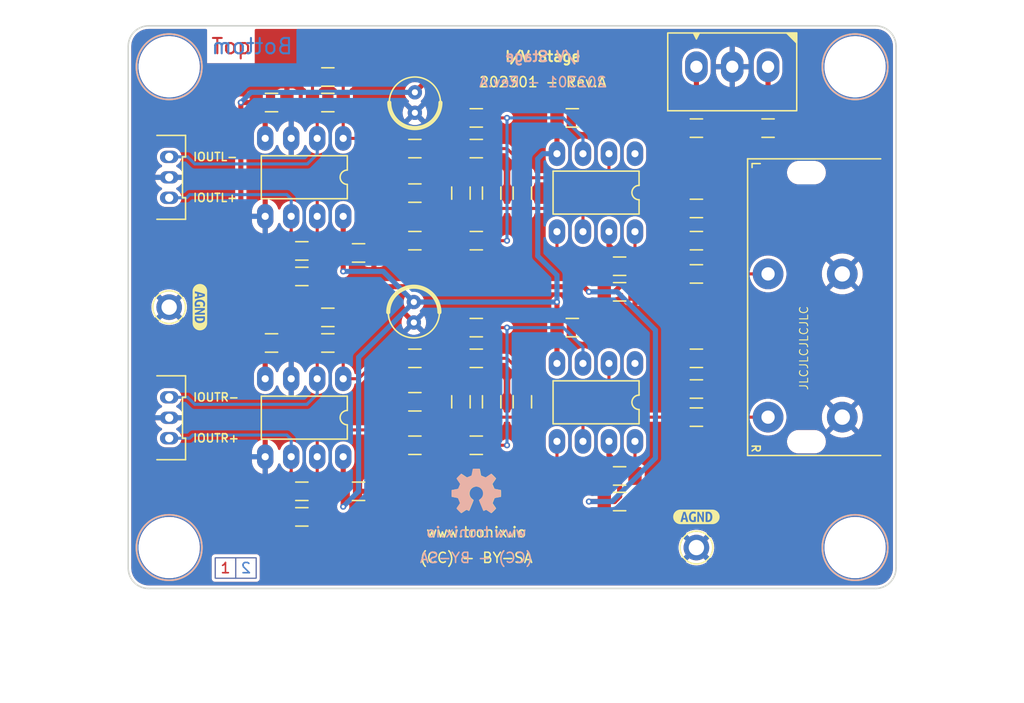
<source format=kicad_pcb>
(kicad_pcb (version 20211014) (generator pcbnew)
  (title_block (title "I/V Stage") (date "01/2023") (rev "A"))
  (layers (0 "F.Cu" signal) (31 "B.Cu" signal) (34 "B.Paste" user) (35 "F.Paste" user) (36 "B.SilkS" user "B.Silkscreen") (37 "F.SilkS" user "F.Silkscreen") (38 "B.Mask" user) (39 "F.Mask" user) (44 "Edge.Cuts" user))
  (net 0 "")
  (net 1 "AGND")
  (net 2 "Net-(C7-Pad2)")
  (net 3 "-15V")
  (net 4 "Net-(C10-Pad2)")
  (net 5 "Net-(C11-Pad1)")
  (net 6 "Net-(C11-Pad2)")
  (net 7 "Net-(C12-Pad2)")
  (net 8 "Net-(C13-Pad2)")
  (net 9 "Net-(C14-Pad2)")
  (net 10 "Net-(C15-Pad2)")
  (net 11 "Net-(C20-Pad2)")
  (net 13 "/IOUTL-")
  (net 14 "Net-(C1-Pad2)")
  (net 15 "+15V")
  (net 16 "Net-(C2-Pad1)")
  (net 17 "Net-(C2-Pad2)")
  (net 18 "Net-(C3-Pad1)")
  (net 19 "Net-(C3-Pad2)")
  (net 20 "/IOUTL+")
  (net 21 "Net-(C4-Pad2)")
  (net 22 "Net-(C5-Pad1)")
  (net 23 "Net-(C5-Pad2)")
  (net 24 "Net-(C6-Pad2)")
  (net 25 "/IOUTR-")
  (net 26 "Net-(C12-Pad1)")
  (net 27 "/IOUTR+")
  (net 28 "Net-(C14-Pad1)")
  (footprint "tronixio:DIP-08-W762" (layer "F.Cu") (at 135 88.5 -90)
    (fp_text reference "U3" hide)
    (fp_text value "NE5532")
    (pad "1" thru_hole oval (at 0 0 270) (size 2.4 1.6) (drill 0.7) (layers *.Cu *.Mask) (net 4 "Net-(C10-Pad2)"))
    (pad "2" thru_hole oval (at 0 2.54 270) (size 2.4 1.6) (drill 0.7) (layers *.Cu *.Mask) (net 25 "/IOUTR-"))
    (pad "3" thru_hole oval (at 0 5.08 270) (size 2.4 1.6) (drill 0.7) (layers *.Cu *.Mask) (net 1 "AGND"))
    (pad "4" thru_hole oval (at 0 7.62 270) (size 2.4 1.6) (drill 0.7) (layers *.Cu *.Mask) (net 15 "+15V"))
    (pad "5" thru_hole oval (at 7.62 7.62 270) (size 2.4 1.6) (drill 0.7) (layers *.Cu *.Mask) (net 1 "AGND"))
    (pad "6" thru_hole oval (at 7.62 5.08 270) (size 2.4 1.6) (drill 0.7) (layers *.Cu *.Mask) (net 27 "/IOUTR+"))
    (pad "7" thru_hole oval (at 7.62 2.54 270) (size 2.4 1.6) (drill 0.7) (layers *.Cu *.Mask) (net 8 "Net-(C13-Pad2)"))
    (pad "8" thru_hole oval (at 7.62 0 270) (size 2.4 1.6) (drill 0.7) (layers *.Cu *.Mask) (net 3 "-15V"))
  )
  (footprint "tronixio:CAPACITOR-SMD-1206" (layer "F.Cu") (at 133.5 85)
    (fp_text reference "C10" hide)
    (fp_text value "2n7")
    (pad "1" smd roundrect (at -1.5 0) (size 1.3 1.75) (layers "F.Cu" "F.Paste" "F.Mask") (roundrect_rratio 0.1) (net 25 "/IOUTR-"))
    (pad "2" smd roundrect (at 1.5 0) (size 1.3 1.75) (layers "F.Cu" "F.Paste" "F.Mask") (roundrect_rratio 0.1) (net 4 "Net-(C10-Pad2)"))
  )
  (footprint "tronixio:RESISTOR-SMD-1206" (layer "F.Cu") (at 169.5 92.25)
    (fp_text reference "R17" hide)
    (fp_text value "47Ω")
    (pad "1" smd roundrect (at -1.5 0) (size 1.3 1.75) (layers "F.Cu" "F.Paste" "F.Mask") (roundrect_rratio 0.1) (net 6 "Net-(C11-Pad2)"))
    (pad "2" smd roundrect (at 1.5 0) (size 1.3 1.75) (layers "F.Cu" "F.Paste" "F.Mask") (roundrect_rratio 0.1) (net 10 "Net-(C15-Pad2)"))
  )
  (footprint "tronixio:MOUNTING-HOLE-3MM-MASK" (layer "F.Cu") (at 118 58)
    (fp_text reference "H4" hide)
    (fp_text value "MOUNTING-HOLE-3MM-MASK" hide)
    (pad "" np_thru_hole circle (at 0 0) (size 3 3) (drill 3) (layers F&B.Cu *.Mask) (clearance 1.5))
  )
  (footprint "tronixio:CAPACITOR-SMD-1206" (layer "F.Cu") (at 157.38 83.5 180)
    (fp_text reference "C24" hide)
    (fp_text value "100n")
    (pad "1" smd roundrect (at -1.5 0 180) (size 1.3 1.75) (layers "F.Cu" "F.Paste" "F.Mask") (roundrect_rratio 0.1) (net 1 "AGND"))
    (pad "2" smd roundrect (at 1.5 0 180) (size 1.3 1.75) (layers "F.Cu" "F.Paste" "F.Mask") (roundrect_rratio 0.1) (net 3 "-15V"))
  )
  (footprint "tronixio:CAPACITOR-SMD-1206" (layer "F.Cu") (at 157.38 63 180)
    (fp_text reference "C23" hide)
    (fp_text value "100n")
    (pad "1" smd roundrect (at -1.5 0 180) (size 1.3 1.75) (layers "F.Cu" "F.Paste" "F.Mask") (roundrect_rratio 0.1) (net 1 "AGND"))
    (pad "2" smd roundrect (at 1.5 0 180) (size 1.3 1.75) (layers "F.Cu" "F.Paste" "F.Mask") (roundrect_rratio 0.1) (net 3 "-15V"))
  )
  (footprint "tronixio:RESISTOR-SMD-1206" (layer "F.Cu") (at 169.5 75)
    (fp_text reference "R7" hide)
    (fp_text value "47KΩ")
    (pad "1" smd roundrect (at -1.5 0) (size 1.3 1.75) (layers "F.Cu" "F.Paste" "F.Mask") (roundrect_rratio 0.1) (net 1 "AGND"))
    (pad "2" smd roundrect (at 1.5 0) (size 1.3 1.75) (layers "F.Cu" "F.Paste" "F.Mask") (roundrect_rratio 0.1) (net 24 "Net-(C6-Pad2)"))
  )
  (footprint "tronixio:RESISTOR-SMD-1206" (layer "F.Cu") (at 148 95)
    (fp_text reference "R21" hide)
    (fp_text value "180Ω")
    (pad "1" smd roundrect (at -1.5 0) (size 1.3 1.75) (layers "F.Cu" "F.Paste" "F.Mask") (roundrect_rratio 0.1) (net 26 "Net-(C12-Pad1)"))
    (pad "2" smd roundrect (at 1.5 0) (size 1.3 1.75) (layers "F.Cu" "F.Paste" "F.Mask") (roundrect_rratio 0.1) (net 11 "Net-(C20-Pad2)"))
  )
  (footprint "tronixio:DIP-08-W762" (layer "F.Cu") (at 163.5 87 -90)
    (fp_text reference "U4" hide)
    (fp_text value "NE5534")
    (pad "1" thru_hole oval (at 0 0 270) (size 2.4 1.6) (drill 0.7) (layers *.Cu *.Mask))
    (pad "2" thru_hole oval (at 0 2.54 270) (size 2.4 1.6) (drill 0.7) (layers *.Cu *.Mask) (net 5 "Net-(C11-Pad1)"))
    (pad "3" thru_hole oval (at 0 5.08 270) (size 2.4 1.6) (drill 0.7) (layers *.Cu *.Mask) (net 11 "Net-(C20-Pad2)"))
    (pad "4" thru_hole oval (at 0 7.62 270) (size 2.4 1.6) (drill 0.7) (layers *.Cu *.Mask) (net 3 "-15V"))
    (pad "5" thru_hole oval (at 7.62 7.62 270) (size 2.4 1.6) (drill 0.7) (layers *.Cu *.Mask) (net 28 "Net-(C14-Pad1)"))
    (pad "6" thru_hole oval (at 7.62 5.08 270) (size 2.4 1.6) (drill 0.7) (layers *.Cu *.Mask) (net 6 "Net-(C11-Pad2)"))
    (pad "7" thru_hole oval (at 7.62 2.54 270) (size 2.4 1.6) (drill 0.7) (layers *.Cu *.Mask) (net 15 "+15V"))
    (pad "8" thru_hole oval (at 7.62 0 270) (size 2.4 1.6) (drill 0.7) (layers *.Cu *.Mask) (net 9 "Net-(C14-Pad2)"))
  )
  (footprint "tronixio:CAPACITOR-SMD-1206" (layer "F.Cu") (at 162 98)
    (fp_text reference "C14" hide)
    (fp_text value "22p")
    (pad "1" smd roundrect (at -1.5 0) (size 1.3 1.75) (layers "F.Cu" "F.Paste" "F.Mask") (roundrect_rratio 0.1) (net 28 "Net-(C14-Pad1)"))
    (pad "2" smd roundrect (at 1.5 0) (size 1.3 1.75) (layers "F.Cu" "F.Paste" "F.Mask") (roundrect_rratio 0.1) (net 9 "Net-(C14-Pad2)"))
  )
  (footprint "tronixio:RESISTOR-SMD-1206" (layer "F.Cu") (at 176.5 64)
    (fp_text reference "R12" hide)
    (fp_text value "22K")
    (pad "1" smd roundrect (at -1.5 0) (size 1.3 1.75) (layers "F.Cu" "F.Paste" "F.Mask") (roundrect_rratio 0.1) (net 1 "AGND"))
    (pad "2" smd roundrect (at 1.5 0) (size 1.3 1.75) (layers "F.Cu" "F.Paste" "F.Mask") (roundrect_rratio 0.1) (net 3 "-15V"))
  )
  (footprint "tronixio:CAPACITOR-SMD-1206" (layer "F.Cu") (at 136.5 99.5 180)
    (fp_text reference "C22" hide)
    (fp_text value "100n")
    (pad "1" smd roundrect (at -1.5 0 180) (size 1.3 1.75) (layers "F.Cu" "F.Paste" "F.Mask") (roundrect_rratio 0.1) (net 1 "AGND"))
    (pad "2" smd roundrect (at 1.5 0 180) (size 1.3 1.75) (layers "F.Cu" "F.Paste" "F.Mask") (roundrect_rratio 0.1) (net 3 "-15V"))
  )
  (footprint "tronixio:CAPACITOR-SMD-1206" (layer "F.Cu") (at 152.5 70.35 -90)
    (fp_text reference "C2" hide)
    (fp_text value "8n2")
    (pad "1" smd roundrect (at -1.5 0 270) (size 1.3 1.75) (layers "F.Cu" "F.Paste" "F.Mask") (roundrect_rratio 0.1) (net 16 "Net-(C2-Pad1)"))
    (pad "2" smd roundrect (at 1.5 0 270) (size 1.3 1.75) (layers "F.Cu" "F.Paste" "F.Mask") (roundrect_rratio 0.1) (net 17 "Net-(C2-Pad2)"))
  )
  (footprint "tronixio:CAPACITOR-SMD-1206" (layer "F.Cu") (at 169.5 78.25)
    (fp_text reference "C6" hide)
    (fp_text value "100p")
    (pad "1" smd roundrect (at -1.5 0) (size 1.3 1.75) (layers "F.Cu" "F.Paste" "F.Mask") (roundrect_rratio 0.1) (net 1 "AGND"))
    (pad "2" smd roundrect (at 1.5 0) (size 1.3 1.75) (layers "F.Cu" "F.Paste" "F.Mask") (roundrect_rratio 0.1) (net 24 "Net-(C6-Pad2)"))
  )
  (footprint "tronixio:RESISTOR-SMD-1206" (layer "F.Cu") (at 142 66)
    (fp_text reference "R3" hide)
    (fp_text value "220Ω")
    (pad "1" smd roundrect (at -1.5 0) (size 1.3 1.75) (layers "F.Cu" "F.Paste" "F.Mask") (roundrect_rratio 0.1) (net 14 "Net-(C1-Pad2)"))
    (pad "2" smd roundrect (at 1.5 0) (size 1.3 1.75) (layers "F.Cu" "F.Paste" "F.Mask") (roundrect_rratio 0.1) (net 19 "Net-(C3-Pad2)"))
  )
  (footprint "tronixio:DIP-08-W762" (layer "F.Cu") (at 163.5 66.5 -90)
    (fp_text reference "U2" hide)
    (fp_text value "NE5534")
    (pad "1" thru_hole oval (at 0 0 270) (size 2.4 1.6) (drill 0.7) (layers *.Cu *.Mask))
    (pad "2" thru_hole oval (at 0 2.54 270) (size 2.4 1.6) (drill 0.7) (layers *.Cu *.Mask) (net 16 "Net-(C2-Pad1)"))
    (pad "3" thru_hole oval (at 0 5.08 270) (size 2.4 1.6) (drill 0.7) (layers *.Cu *.Mask) (net 2 "Net-(C7-Pad2)"))
    (pad "4" thru_hole oval (at 0 7.62 270) (size 2.4 1.6) (drill 0.7) (layers *.Cu *.Mask) (net 3 "-15V"))
    (pad "5" thru_hole oval (at 7.62 7.62 270) (size 2.4 1.6) (drill 0.7) (layers *.Cu *.Mask) (net 22 "Net-(C5-Pad1)"))
    (pad "6" thru_hole oval (at 7.62 5.08 270) (size 2.4 1.6) (drill 0.7) (layers *.Cu *.Mask) (net 17 "Net-(C2-Pad2)"))
    (pad "7" thru_hole oval (at 7.62 2.54 270) (size 2.4 1.6) (drill 0.7) (layers *.Cu *.Mask) (net 15 "+15V"))
    (pad "8" thru_hole oval (at 7.62 0 270) (size 2.4 1.6) (drill 0.7) (layers *.Cu *.Mask) (net 23 "Net-(C5-Pad2)"))
  )
  (footprint "tronixio:MOLEX-532530370" (layer "F.Cu") (at 118 94.31 90)
    (fp_text reference "K4" hide)
    (fp_text value "IOUTR")
    (pad "1" thru_hole oval (at 4 0 90) (size 1.2 1.8) (drill 0.8) (layers *.Cu *.Mask) (net 25 "/IOUTR-"))
    (pad "2" thru_hole oval (at 2 0 90) (size 1.2 1.8) (drill 0.8) (layers *.Cu *.Mask) (net 1 "AGND"))
    (pad "3" thru_hole oval (at 0 0 90) (size 1.2 1.8) (drill 0.8) (layers *.Cu *.Mask) (net 27 "/IOUTR+"))
  )
  (footprint "tronixio:RESISTOR-SMD-1206" (layer "F.Cu") (at 169.5 71.85)
    (fp_text reference "R5" hide)
    (fp_text value "47Ω")
    (pad "1" smd roundrect (at -1.5 0) (size 1.3 1.75) (layers "F.Cu" "F.Paste" "F.Mask") (roundrect_rratio 0.1) (net 17 "Net-(C2-Pad2)"))
    (pad "2" smd roundrect (at 1.5 0) (size 1.3 1.75) (layers "F.Cu" "F.Paste" "F.Mask") (roundrect_rratio 0.1) (net 24 "Net-(C6-Pad2)"))
  )
  (footprint "tronixio:CAPACITOR-SMD-1206" (layer "F.Cu") (at 152.5 90.75 -90)
    (fp_text reference "C11" hide)
    (fp_text value "8n2")
    (pad "1" smd roundrect (at -1.5 0 270) (size 1.3 1.75) (layers "F.Cu" "F.Paste" "F.Mask") (roundrect_rratio 0.1) (net 5 "Net-(C11-Pad1)"))
    (pad "2" smd roundrect (at 1.5 0 270) (size 1.3 1.75) (layers "F.Cu" "F.Paste" "F.Mask") (roundrect_rratio 0.1) (net 6 "Net-(C11-Pad2)"))
  )
  (footprint "tronixio:CAPACITOR-SMD-1206" (layer "F.Cu") (at 133.5 61.5)
    (fp_text reference "C1" hide)
    (fp_text value "2n7")
    (pad "1" smd roundrect (at -1.5 0) (size 1.3 1.75) (layers "F.Cu" "F.Paste" "F.Mask") (roundrect_rratio 0.1) (net 13 "/IOUTL-"))
    (pad "2" smd roundrect (at 1.5 0) (size 1.3 1.75) (layers "F.Cu" "F.Paste" "F.Mask") (roundrect_rratio 0.1) (net 14 "Net-(C1-Pad2)"))
  )
  (footprint "kibuzzard-63CBEF50" (layer "F.Cu") (at 121 81.5 -90)
    (fp_text reference "kibuzzard-63CBEF50" hide)
    (fp_text value "G***" hide)
  )
  (footprint "tronixio:MOUNTING-HOLE-3MM-MASK" (layer "F.Cu") (at 185 58)
    (fp_text reference "H3" hide)
    (fp_text value "MOUNTING-HOLE-3MM-MASK" hide)
    (pad "" np_thru_hole circle (at 0 0) (size 3 3) (drill 3) (layers F&B.Cu *.Mask) (clearance 1.5))
  )
  (footprint "tronixio:CAPACITOR-SMD-1206" (layer "F.Cu") (at 148 83.5)
    (fp_text reference "C20" hide)
    (fp_text value "8n2")
    (pad "1" smd roundrect (at -1.5 0) (size 1.3 1.75) (layers "F.Cu" "F.Paste" "F.Mask") (roundrect_rratio 0.1) (net 1 "AGND"))
    (pad "2" smd roundrect (at 1.5 0) (size 1.3 1.75) (layers "F.Cu" "F.Paste" "F.Mask") (roundrect_rratio 0.1) (net 11 "Net-(C20-Pad2)"))
  )
  (footprint "tronixio:RESISTOR-SMD-1206" (layer "F.Cu") (at 133.5 59)
    (fp_text reference "R1" hide)
    (fp_text value "820Ω")
    (pad "1" smd roundrect (at -1.5 0) (size 1.3 1.75) (layers "F.Cu" "F.Paste" "F.Mask") (roundrect_rratio 0.1) (net 13 "/IOUTL-"))
    (pad "2" smd roundrect (at 1.5 0) (size 1.3 1.75) (layers "F.Cu" "F.Paste" "F.Mask") (roundrect_rratio 0.1) (net 14 "Net-(C1-Pad2)"))
  )
  (footprint "tronixio:RESISTOR-SMD-1206" (layer "F.Cu") (at 133.5 82.5)
    (fp_text reference "R13" hide)
    (fp_text value "820Ω")
    (pad "1" smd roundrect (at -1.5 0) (size 1.3 1.75) (layers "F.Cu" "F.Paste" "F.Mask") (roundrect_rratio 0.1) (net 25 "/IOUTR-"))
    (pad "2" smd roundrect (at 1.5 0) (size 1.3 1.75) (layers "F.Cu" "F.Paste" "F.Mask") (roundrect_rratio 0.1) (net 4 "Net-(C10-Pad2)"))
  )
  (footprint "tronixio:CAPACITOR-ELECTROLYTIC-RADIAL-050-110-020-WURTH" (layer "F.Cu") (at 141.9 82 90)
    (fp_text reference "C9" hide)
    (fp_text value "47µ")
    (pad "1" thru_hole circle (at -1 0 90) (size 1.4 1.4) (drill 0.6) (layers *.Cu *.Mask) (net 1 "AGND"))
    (pad "2" thru_hole circle (at 1 0 90) (size 1.4 1.4) (drill 0.6) (layers *.Cu *.Mask) (net 3 "-15V"))
  )
  (footprint "tronixio:RESISTOR-SMD-1206" (layer "F.Cu") (at 142 70.35)
    (fp_text reference "R10" hide)
    (fp_text value "200Ω")
    (pad "1" smd roundrect (at -1.5 0) (size 1.3 1.75) (layers "F.Cu" "F.Paste" "F.Mask") (roundrect_rratio 0.1) (net 1 "AGND"))
    (pad "2" smd roundrect (at 1.5 0) (size 1.3 1.75) (layers "F.Cu" "F.Paste" "F.Mask") (roundrect_rratio 0.1) (net 18 "Net-(C3-Pad1)"))
  )
  (footprint "tronixio:DIP-08-W762" (layer "F.Cu") (at 135 65 -90)
    (fp_text reference "U1" hide)
    (fp_text value "NE5532")
    (pad "1" thru_hole oval (at 0 0 270) (size 2.4 1.6) (drill 0.7) (layers *.Cu *.Mask) (net 14 "Net-(C1-Pad2)"))
    (pad "2" thru_hole oval (at 0 2.54 270) (size 2.4 1.6) (drill 0.7) (layers *.Cu *.Mask) (net 13 "/IOUTL-"))
    (pad "3" thru_hole oval (at 0 5.08 270) (size 2.4 1.6) (drill 0.7) (layers *.Cu *.Mask) (net 1 "AGND"))
    (pad "4" thru_hole oval (at 0 7.62 270) (size 2.4 1.6) (drill 0.7) (layers *.Cu *.Mask) (net 15 "+15V"))
    (pad "5" thru_hole oval (at 7.62 7.62 270) (size 2.4 1.6) (drill 0.7) (layers *.Cu *.Mask) (net 1 "AGND"))
    (pad "6" thru_hole oval (at 7.62 5.08 270) (size 2.4 1.6) (drill 0.7) (layers *.Cu *.Mask) (net 20 "/IOUTL+"))
    (pad "7" thru_hole oval (at 7.62 2.54 270) (size 2.4 1.6) (drill 0.7) (layers *.Cu *.Mask) (net 21 "Net-(C4-Pad2)"))
    (pad "8" thru_hole oval (at 7.62 0 270) (size 2.4 1.6) (drill 0.7) (layers *.Cu *.Mask) (net 3 "-15V"))
  )
  (footprint "tronixio:RESISTOR-SMD-1206" (layer "F.Cu") (at 130.96 78.5)
    (fp_text reference "R6" hide)
    (fp_text value "820Ω")
    (pad "1" smd roundrect (at -1.5 0) (size 1.3 1.75) (layers "F.Cu" "F.Paste" "F.Mask") (roundrect_rratio 0.1) (net 20 "/IOUTL+"))
    (pad "2" smd roundrect (at 1.5 0) (size 1.3 1.75) (layers "F.Cu" "F.Paste" "F.Mask") (roundrect_rratio 0.1) (net 21 "Net-(C4-Pad2)"))
  )
  (footprint "tronixio:CAPACITOR-SMD-1206" (layer "F.Cu") (at 162 100.5)
    (fp_text reference "C19" hide)
    (fp_text value "100n")
    (pad "1" smd roundrect (at -1.5 0) (size 1.3 1.75) (layers "F.Cu" "F.Paste" "F.Mask") (roundrect_rratio 0.1) (net 15 "+15V"))
    (pad "2" smd roundrect (at 1.5 0) (size 1.3 1.75) (layers "F.Cu" "F.Paste" "F.Mask") (roundrect_rratio 0.1) (net 1 "AGND"))
  )
  (footprint "tronixio:RESISTOR-SMD-1206" (layer "F.Cu") (at 142 95)
    (fp_text reference "R20" hide)
    (fp_text value "220Ω")
    (pad "1" smd roundrect (at -1.5 0) (size 1.3 1.75) (layers "F.Cu" "F.Paste" "F.Mask") (roundrect_rratio 0.1) (net 8 "Net-(C13-Pad2)"))
    (pad "2" smd roundrect (at 1.5 0) (size 1.3 1.75) (layers "F.Cu" "F.Paste" "F.Mask") (roundrect_rratio 0.1) (net 26 "Net-(C12-Pad1)"))
  )
  (footprint "tronixio:CAPACITOR-SMD-1206" (layer "F.Cu") (at 128 85)
    (fp_text reference "C17" hide)
    (fp_text value "100n")
    (pad "1" smd roundrect (at -1.5 0) (size 1.3 1.75) (layers "F.Cu" "F.Paste" "F.Mask") (roundrect_rratio 0.1) (net 15 "+15V"))
    (pad "2" smd roundrect (at 1.5 0) (size 1.3 1.75) (layers "F.Cu" "F.Paste" "F.Mask") (roundrect_rratio 0.1) (net 1 "AGND"))
  )
  (footprint "tronixio:RESISTOR-SMD-1206" (layer "F.Cu") (at 169.5 64)
    (fp_text reference "R11" hide)
    (fp_text value "22K")
    (pad "1" smd roundrect (at -1.5 0) (size 1.3 1.75) (layers "F.Cu" "F.Paste" "F.Mask") (roundrect_rratio 0.1) (net 15 "+15V"))
    (pad "2" smd roundrect (at 1.5 0) (size 1.3 1.75) (layers "F.Cu" "F.Paste" "F.Mask") (roundrect_rratio 0.1) (net 1 "AGND"))
  )
  (footprint "kibuzzard-63CBEF50" (layer "F.Cu") (at 169.5 102)
    (fp_text reference "kibuzzard-63CBEF50" hide)
    (fp_text value "G***" hide)
  )
  (footprint "tronixio:RESISTOR-SMD-1206" (layer "F.Cu") (at 148 66)
    (fp_text reference "R4" hide)
    (fp_text value "180Ω")
    (pad "1" smd roundrect (at -1.5 0) (size 1.3 1.75) (layers "F.Cu" "F.Paste" "F.Mask") (roundrect_rratio 0.1) (net 19 "Net-(C3-Pad2)"))
    (pad "2" smd roundrect (at 1.5 0) (size 1.3 1.75) (layers "F.Cu" "F.Paste" "F.Mask") (roundrect_rratio 0.1) (net 16 "Net-(C2-Pad1)"))
  )
  (footprint "tronixio:CAPACITOR-SMD-1206" (layer "F.Cu") (at 146.5 70.35 90)
    (fp_text reference "C3" hide)
    (fp_text value "27n")
    (pad "1" smd roundrect (at -1.5 0 90) (size 1.3 1.75) (layers "F.Cu" "F.Paste" "F.Mask") (roundrect_rratio 0.1) (net 18 "Net-(C3-Pad1)"))
    (pad "2" smd roundrect (at 1.5 0 90) (size 1.3 1.75) (layers "F.Cu" "F.Paste" "F.Mask") (roundrect_rratio 0.1) (net 19 "Net-(C3-Pad2)"))
  )
  (footprint "tronixio:CAPACITOR-SMD-1206" (layer "F.Cu") (at 130.96 76)
    (fp_text reference "C4" hide)
    (fp_text value "2n7")
    (pad "1" smd roundrect (at -1.5 0) (size 1.3 1.75) (layers "F.Cu" "F.Paste" "F.Mask") (roundrect_rratio 0.1) (net 20 "/IOUTL+"))
    (pad "2" smd roundrect (at 1.5 0) (size 1.3 1.75) (layers "F.Cu" "F.Paste" "F.Mask") (roundrect_rratio 0.1) (net 21 "Net-(C4-Pad2)"))
  )
  (footprint "tronixio:RESISTOR-SMD-1206" (layer "F.Cu") (at 148 86.5)
    (fp_text reference "R16" hide)
    (fp_text value "180Ω")
    (pad "1" smd roundrect (at -1.5 0) (size 1.3 1.75) (layers "F.Cu" "F.Paste" "F.Mask") (roundrect_rratio 0.1) (net 7 "Net-(C12-Pad2)"))
    (pad "2" smd roundrect (at 1.5 0) (size 1.3 1.75) (layers "F.Cu" "F.Paste" "F.Mask") (roundrect_rratio 0.1) (net 5 "Net-(C11-Pad1)"))
  )
  (footprint "tronixio:CAPACITOR-SMD-1206" (layer "F.Cu") (at 136.5 76.2 180)
    (fp_text reference "C21" hide)
    (fp_text value "100n")
    (pad "1" smd roundrect (at -1.5 0 180) (size 1.3 1.75) (layers "F.Cu" "F.Paste" "F.Mask") (roundrect_rratio 0.1) (net 1 "AGND"))
    (pad "2" smd roundrect (at 1.5 0 180) (size 1.3 1.75) (layers "F.Cu" "F.Paste" "F.Mask") (roundrect_rratio 0.1) (net 3 "-15V"))
  )
  (footprint "tronixio:RESISTOR-SMD-1206" (layer "F.Cu") (at 169.5 86.5)
    (fp_text reference "R19" hide)
    (fp_text value "47KΩ")
    (pad "1" smd roundrect (at -1.5 0) (size 1.3 1.75) (layers "F.Cu" "F.Paste" "F.Mask") (roundrect_rratio 0.1) (net 1 "AGND"))
    (pad "2" smd roundrect (at 1.5 0) (size 1.3 1.75) (layers "F.Cu" "F.Paste" "F.Mask") (roundrect_rratio 0.1) (net 10 "Net-(C15-Pad2)"))
  )
  (footprint "tronixio:SWITCHCRAFT-PJRAS2X1S" (layer "F.Cu") (at 189 81.5 90)
    (fp_text reference "K2" hide)
    (fp_text value "SWITCHCRAFT-PJRAS2X1S01AUX")
    (fp_text user "R" (at -13.8 -13.7 270 unlocked) (layer "F.SilkS") (effects (font (size 0.8 0.8))))
    (fp_text user "L" (at 13.9 -13.7 270 unlocked) (layer "F.SilkS") (effects (font (size 0.8 0.8))))
    (pad "" np_thru_hole oval (at -13.15 -8.75 90) (size 1.7 3.2) (drill oval 1.7 3.2) (layers F&B.Cu *.Mask))
    (pad "" np_thru_hole oval (at 13.15 -8.75 90) (size 1.7 3.2) (drill oval 1.7 3.2) (layers F&B.Cu *.Mask))
    (pad "1" thru_hole circle (at -10.75 -5.25 90) (size 3 3) (drill 1.5) (layers *.Cu *.Mask) (net 1 "AGND"))
    (pad "2" thru_hole circle (at -10.75 -12.5 90) (size 3 3) (drill 1.3) (layers *.Cu *.Mask) (net 10 "Net-(C15-Pad2)"))
    (pad "3" thru_hole circle (at 3.25 -5.25 90) (size 3 3) (drill 1.5) (layers *.Cu *.Mask) (net 1 "AGND"))
    (pad "4" thru_hole circle (at 3.25 -12.5 90) (size 3 3) (drill 1.3) (layers *.Cu *.Mask) (net 24 "Net-(C6-Pad2)"))
  )
  (footprint "tronixio:MOLEX-532580329" (layer "F.Cu") (at 169.5 58)
    (fp_text reference "K3" hide)
    (fp_text value "±15V")
    (pad "1" thru_hole oval (at 0 0) (size 2.2 3) (drill 1.2) (layers *.Cu *.Mask) (net 15 "+15V"))
    (pad "2" thru_hole oval (at 3.5 0) (size 2.2 3) (drill 1.2) (layers *.Cu *.Mask) (net 1 "AGND"))
    (pad "3" thru_hole oval (at 7 0) (size 2.2 3) (drill 1.2) (layers *.Cu *.Mask) (net 3 "-15V"))
  )
  (footprint "tronixio:CAPACITOR-SMD-1206" (layer "F.Cu") (at 162 77.5)
    (fp_text reference "C5" hide)
    (fp_text value "22p")
    (pad "1" smd roundrect (at -1.5 0) (size 1.3 1.75) (layers "F.Cu" "F.Paste" "F.Mask") (roundrect_rratio 0.1) (net 22 "Net-(C5-Pad1)"))
    (pad "2" smd roundrect (at 1.5 0) (size 1.3 1.75) (layers "F.Cu" "F.Paste" "F.Mask") (roundrect_rratio 0.1) (net 23 "Net-(C5-Pad2)"))
  )
  (footprint "tronixio:KEYSTONE-5006" (layer "F.Cu") (at 118 81.5)
    (fp_text reference "TP1" hide)
    (fp_text value "GND")
    (pad "1" thru_hole circle (at 0 0) (size 2.5 2.5) (drill 1.5) (layers *.Cu *.Mask) (net 1 "AGND"))
  )
  (footprint "tronixio:OSHW-5MM" (layer "F.Cu") (at 148 99.5)
    (fp_text reference "G***" hide)
    (fp_text value "LOGO" hide)
  )
  (footprint "tronixio:CAPACITOR-SMD-1206" (layer "F.Cu") (at 130.96 99.5)
    (fp_text reference "C13" hide)
    (fp_text value "2n7")
    (pad "1" smd roundrect (at -1.5 0) (size 1.3 1.75) (layers "F.Cu" "F.Paste" "F.Mask") (roundrect_rratio 0.1) (net 27 "/IOUTR+"))
    (pad "2" smd roundrect (at 1.5 0) (size 1.3 1.75) (layers "F.Cu" "F.Paste" "F.Mask") (roundrect_rratio 0.1) (net 8 "Net-(C13-Pad2)"))
  )
  (footprint "tronixio:KEYSTONE-5006" (layer "F.Cu") (at 169.5 105 90)
    (fp_text reference "TP2" hide)
    (fp_text value "GND")
    (pad "1" thru_hole circle (at 0 0 90) (size 2.5 2.5) (drill 1.5) (layers *.Cu *.Mask) (net 1 "AGND"))
  )
  (footprint "tronixio:CAPACITOR-SMD-1206" (layer "F.Cu") (at 146.5 90.75 90)
    (fp_text reference "C12" hide)
    (fp_text value "27n")
    (pad "1" smd roundrect (at -1.5 0 90) (size 1.3 1.75) (layers "F.Cu" "F.Paste" "F.Mask") (roundrect_rratio 0.1) (net 26 "Net-(C12-Pad1)"))
    (pad "2" smd roundrect (at 1.5 0 90) (size 1.3 1.75) (layers "F.Cu" "F.Paste" "F.Mask") (roundrect_rratio 0.1) (net 7 "Net-(C12-Pad2)"))
  )
  (footprint "tronixio:CAPACITOR-SMD-1206" (layer "F.Cu") (at 169.5 89.5)
    (fp_text reference "C15" hide)
    (fp_text value "100p")
    (pad "1" smd roundrect (at -1.5 0) (size 1.3 1.75) (layers "F.Cu" "F.Paste" "F.Mask") (roundrect_rratio 0.1) (net 1 "AGND"))
    (pad "2" smd roundrect (at 1.5 0) (size 1.3 1.75) (layers "F.Cu" "F.Paste" "F.Mask") (roundrect_rratio 0.1) (net 10 "Net-(C15-Pad2)"))
  )
  (footprint "tronixio:MOUNTING-HOLE-3MM-MASK" (layer "F.Cu") (at 118 105)
    (fp_text reference "H1" hide)
    (fp_text value "MOUNTING-HOLE-3MM-MASK" hide)
    (pad "" np_thru_hole circle (at 0 0) (size 3 3) (drill 3) (layers F&B.Cu *.Mask) (clearance 1.5))
  )
  (footprint "tronixio:RESISTOR-SMD-1206" (layer "F.Cu") (at 149.5 70.35 -90)
    (fp_text reference "R2" hide)
    (fp_text value "200Ω")
    (pad "1" smd roundrect (at -1.5 0 270) (size 1.3 1.75) (layers "F.Cu" "F.Paste" "F.Mask") (roundrect_rratio 0.1) (net 19 "Net-(C3-Pad2)"))
    (pad "2" smd roundrect (at 1.5 0 270) (size 1.3 1.75) (layers "F.Cu" "F.Paste" "F.Mask") (roundrect_rratio 0.1) (net 17 "Net-(C2-Pad2)"))
  )
  (footprint "tronixio:RESISTOR-SMD-1206" (layer "F.Cu") (at 142 90.75)
    (fp_text reference "R22" hide)
    (fp_text value "200Ω")
    (pad "1" smd roundrect (at -1.5 0) (size 1.3 1.75) (layers "F.Cu" "F.Paste" "F.Mask") (roundrect_rratio 0.1) (net 1 "AGND"))
    (pad "2" smd roundrect (at 1.5 0) (size 1.3 1.75) (layers "F.Cu" "F.Paste" "F.Mask") (roundrect_rratio 0.1) (net 26 "Net-(C12-Pad1)"))
  )
  (footprint "tronixio:RESISTOR-SMD-1206" (layer "F.Cu") (at 148 75)
    (fp_text reference "R9" hide)
    (fp_text value "180Ω")
    (pad "1" smd roundrect (at -1.5 0) (size 1.3 1.75) (layers "F.Cu" "F.Paste" "F.Mask") (roundrect_rratio 0.1) (net 18 "Net-(C3-Pad1)"))
    (pad "2" smd roundrect (at 1.5 0) (size 1.3 1.75) (layers "F.Cu" "F.Paste" "F.Mask") (roundrect_rratio 0.1) (net 2 "Net-(C7-Pad2)"))
  )
  (footprint "tronixio:RESISTOR-SMD-1206" (layer "F.Cu") (at 149.5 90.75 -90)
    (fp_text reference "R14" hide)
    (fp_text value "200Ω")
    (pad "1" smd roundrect (at -1.5 0 270) (size 1.3 1.75) (layers "F.Cu" "F.Paste" "F.Mask") (roundrect_rratio 0.1) (net 7 "Net-(C12-Pad2)"))
    (pad "2" smd roundrect (at 1.5 0 270) (size 1.3 1.75) (layers "F.Cu" "F.Paste" "F.Mask") (roundrect_rratio 0.1) (net 6 "Net-(C11-Pad2)"))
  )
  (footprint "tronixio:CAPACITOR-ELECTROLYTIC-RADIAL-050-110-020-WURTH" (layer "F.Cu") (at 142 61.5 -90)
    (fp_text reference "C8" hide)
    (fp_text value "47µ")
    (pad "1" thru_hole circle (at -1 0 270) (size 1.4 1.4) (drill 0.6) (layers *.Cu *.Mask) (net 15 "+15V"))
    (pad "2" thru_hole circle (at 1 0 270) (size 1.4 1.4) (drill 0.6) (layers *.Cu *.Mask) (net 1 "AGND"))
  )
  (footprint "tronixio:MOUNTING-HOLE-3MM-MASK" (layer "F.Cu") (at 185 105)
    (fp_text reference "H2" hide)
    (fp_text value "MOUNTING-HOLE-3MM-MASK" hide)
    (pad "" np_thru_hole circle (at 0 0) (size 3 3) (drill 3) (layers F&B.Cu *.Mask) (clearance 1.5))
  )
  (footprint "tronixio:CAPACITOR-SMD-1206" (layer "F.Cu") (at 162 80)
    (fp_text reference "C18" hide)
    (fp_text value "100n")
    (pad "1" smd roundrect (at -1.5 0) (size 1.3 1.75) (layers "F.Cu" "F.Paste" "F.Mask") (roundrect_rratio 0.1) (net 15 "+15V"))
    (pad "2" smd roundrect (at 1.5 0) (size 1.3 1.75) (layers "F.Cu" "F.Paste" "F.Mask") (roundrect_rratio 0.1) (net 1 "AGND"))
  )
  (footprint "tronixio:RESISTOR-SMD-1206" (layer "F.Cu") (at 130.96 102)
    (fp_text reference "R18" hide)
    (fp_text value "820Ω")
    (pad "1" smd roundrect (at -1.5 0) (size 1.3 1.75) (layers "F.Cu" "F.Paste" "F.Mask") (roundrect_rratio 0.1) (net 27 "/IOUTR+"))
    (pad "2" smd roundrect (at 1.5 0) (size 1.3 1.75) (layers "F.Cu" "F.Paste" "F.Mask") (roundrect_rratio 0.1) (net 8 "Net-(C13-Pad2)"))
  )
  (footprint "tronixio:RESISTOR-SMD-1206" (layer "F.Cu") (at 142 75)
    (fp_text reference "R8" hide)
    (fp_text value "220Ω")
    (pad "1" smd roundrect (at -1.5 0) (size 1.3 1.75) (layers "F.Cu" "F.Paste" "F.Mask") (roundrect_rratio 0.1) (net 21 "Net-(C4-Pad2)"))
    (pad "2" smd roundrect (at 1.5 0) (size 1.3 1.75) (layers "F.Cu" "F.Paste" "F.Mask") (roundrect_rratio 0.1) (net 18 "Net-(C3-Pad1)"))
  )
  (footprint "tronixio:CAPACITOR-SMD-1206" (layer "F.Cu") (at 148 63)
    (fp_text reference "C7" hide)
    (fp_text value "8n2")
    (pad "1" smd roundrect (at -1.5 0) (size 1.3 1.75) (layers "F.Cu" "F.Paste" "F.Mask") (roundrect_rratio 0.1) (net 1 "AGND"))
    (pad "2" smd roundrect (at 1.5 0) (size 1.3 1.75) (layers "F.Cu" "F.Paste" "F.Mask") (roundrect_rratio 0.1) (net 2 "Net-(C7-Pad2)"))
  )
  (footprint "tronixio:RESISTOR-SMD-1206" (layer "F.Cu") (at 142 86.5)
    (fp_text reference "R15" hide)
    (fp_text value "220Ω")
    (pad "1" smd roundrect (at -1.5 0) (size 1.3 1.75) (layers "F.Cu" "F.Paste" "F.Mask") (roundrect_rratio 0.1) (net 4 "Net-(C10-Pad2)"))
    (pad "2" smd roundrect (at 1.5 0) (size 1.3 1.75) (layers "F.Cu" "F.Paste" "F.Mask") (roundrect_rratio 0.1) (net 7 "Net-(C12-Pad2)"))
  )
  (footprint "tronixio:MOLEX-532530370" (layer "F.Cu") (at 118 70.81 90)
    (fp_text reference "K1" hide)
    (fp_text value "IOUTL")
    (pad "1" thru_hole oval (at 4 0 90) (size 1.2 1.8) (drill 0.8) (layers *.Cu *.Mask) (net 13 "/IOUTL-"))
    (pad "2" thru_hole oval (at 2 0 90) (size 1.2 1.8) (drill 0.8) (layers *.Cu *.Mask) (net 1 "AGND"))
    (pad "3" thru_hole oval (at 0 0 90) (size 1.2 1.8) (drill 0.8) (layers *.Cu *.Mask) (net 20 "/IOUTL+"))
  )
  (footprint "tronixio:CAPACITOR-SMD-1206" (layer "F.Cu") (at 128 61.5)
    (fp_text reference "C16" hide)
    (fp_text value "100n")
    (pad "1" smd roundrect (at -1.5 0) (size 1.3 1.75) (layers "F.Cu" "F.Paste" "F.Mask") (roundrect_rratio 0.1) (net 15 "+15V"))
    (pad "2" smd roundrect (at 1.5 0) (size 1.3 1.75) (layers "F.Cu" "F.Paste" "F.Mask") (roundrect_rratio 0.1) (net 1 "AGND"))
  )
  (footprint "tronixio:OSHW-5MM" (layer "B.Cu") (at 148 99.5 180)
    (fp_text reference "G***" hide)
    (fp_text value "LOGO" hide)
  )
  (gr_line (start 124.5 108) (end 124.5 106) (layer "F.Cu") (width 0.1))
  (gr_rect (start 122.5 108) (end 126.5 106) (layer "F.Cu") (width 0.1) (fill none))
  (gr_line (start 124.5 108) (end 124.5 106) (layer "B.Cu") (width 0.1))
  (gr_rect (start 122.5 108) (end 126.5 106) (layer "B.Cu") (width 0.1) (fill none))
  (gr_line (start 114 56) (end 114 107) (layer "Edge.Cuts") (width 0.15))
  (gr_arc (start 116 109) (mid 114.585786 108.414214) (end 114 107) (layer "Edge.Cuts") (width 0.15))
  (gr_arc (start 114 56) (mid 114.585786 54.585786) (end 116 54) (layer "Edge.Cuts") (width 0.15))
  (gr_arc (start 187 54) (mid 188.414214 54.585786) (end 189 56) (layer "Edge.Cuts") (width 0.15))
  (gr_arc (start 189 107) (mid 188.414214 108.414214) (end 187 109) (layer "Edge.Cuts") (width 0.15))
  (gr_line (start 187 54) (end 116 54) (layer "Edge.Cuts") (width 0.15))
  (gr_line (start 189 107) (end 189 56) (layer "Edge.Cuts") (width 0.15))
  (gr_line (start 116 109) (end 187 109) (layer "Edge.Cuts") (width 0.15))
  (gr_text "1" (at 123.5 107) (layer "F.Cu") (effects (font (size 1 1))))
  (gr_text "Top" (at 122 56) (layer "F.Cu") (effects (font (size 1.5 1.5) (thickness 0.2)) (justify left)))
  (gr_text "Bottom" (at 122 56) (layer "B.Cu") (effects (font (size 1.5 1.5) (thickness 0.2)) (justify right mirror)))
  (gr_text "2" (at 125.5 107) (layer "B.Cu") (effects (font (size 1 1)) (justify mirror)))
  (gr_text "202301 - Rev.A" (at 154.5 59.5) (layer "B.SilkS") (effects (font (size 1 1)) (justify mirror)))
  (gr_text "(CC) - BY-SA" (at 148 106) (layer "B.SilkS") (effects (font (size 1 1)) (justify mirror)))
  (gr_text "www.tronix.io" (at 148 103.5) (layer "B.SilkS") (effects (font (size 1 1)) (justify mirror)))
  (gr_text "I/V Stage" (at 154.5 57) (layer "B.SilkS") (effects (font (size 1 1) (thickness 0.2)) (justify mirror)))
  (gr_text "202301 - Rev.A" (at 154.5 59.5) (layer "F.SilkS") (effects (font (size 1 1))))
  (gr_text "IOUTR+" (at 120.25 94.31) (layer "F.SilkS") (effects (font (size 0.8 0.8)) (justify left)))
  (gr_text "I/V Stage" (at 154.5 57) (layer "F.SilkS") (effects (font (size 1 1) (thickness 0.2))))
  (gr_text "(CC) - BY-SA" (at 148 106) (layer "F.SilkS") (effects (font (size 1 1))))
  (gr_text "www.tronix.io" (at 148 103.5) (layer "F.SilkS") (effects (font (size 1 1))))
  (gr_text "IOUTL-" (at 120.25 66.81) (layer "F.SilkS") (effects (font (size 0.8 0.8)) (justify left)))
  (gr_text "JLCJLCJLCJLC" (at 180 85.5 90) (layer "F.SilkS") (effects (font (size 0.8 0.8) (thickness 0.1))))
  (gr_text "IOUTR-" (at 120.25 90.31) (layer "F.SilkS") (effects (font (size 0.8 0.8)) (justify left)))
  (gr_text "IOUTL+" (at 120.25 70.81) (layer "F.SilkS") (effects (font (size 0.8 0.8)) (justify left)))
  (segment (start 151 63) (end 149.5 63) (width 0.3) (layer "F.Cu") (net 2))
  (segment (start 149.5 75) (end 151 75) (width 0.3) (layer "F.Cu") (net 2))
  (via (at 151 75) (size 0.6) (drill 0.3) (layers "F.Cu" "B.Cu") (net 2))
  (via (at 151 63) (size 0.6) (drill 0.3) (layers "F.Cu" "B.Cu") (net 2))
  (segment (start 156.5 63) (end 151 63) (width 0.3) (layer "B.Cu") (net 2))
  (segment (start 151 75) (end 151 63) (width 0.3) (layer "B.Cu") (net 2))
  (segment (start 158.42 64.92) (end 156.5 63) (width 0.3) (layer "B.Cu") (net 2))
  (segment (start 158.42 66.5) (end 158.42 64.92) (width 0.3) (layer "B.Cu") (net 2))
  (segment (start 155.88 83.5) (end 155.88 81) (width 0.5) (layer "F.Cu") (net 3))
  (segment (start 155.88 66.5) (end 155.88 63) (width 0.5) (layer "F.Cu") (net 3))
  (segment (start 166.5 66) (end 161.75 61.25) (width 0.5) (layer "F.Cu") (net 3))
  (segment (start 155.88 61.62) (end 155.88 63) (width 0.5) (layer "F.Cu") (net 3))
  (segment (start 178 62) (end 176.5 60.5) (width 0.5) (layer "F.Cu") (net 3))
  (segment (start 135 76.2) (end 135 72.62) (width 0.5) (layer "F.Cu") (net 3))
  (segment (start 178 65.5) (end 177.5 66) (width 0.5) (layer "F.Cu") (net 3))
  (segment (start 156.25 61.25) (end 155.88 61.62) (width 0.5) (layer "F.Cu") (net 3))
  (segment (start 177.5 66) (end 166.5 66) (width 0.5) (layer "F.Cu") (net 3))
  (segment (start 155.88 87) (end 155.88 83.5) (width 0.5) (layer "F.Cu") (net 3))
  (segment (start 176.5 60.5) (end 176.5 58) (width 0.5) (layer "F.Cu") (net 3))
  (segment (start 178 64) (end 178 65.5) (width 0.5) (layer "F.Cu") (net 3))
  (segment (start 178 64) (end 178 62) (width 0.5) (layer "F.Cu") (net 3))
  (segment (start 135 99.5) (end 135 96.12) (width 0.5) (layer "F.Cu") (net 3))
  (segment (start 135 99.5) (end 135 101) (width 0.5) (layer "F.Cu") (net 3))
  (segment (start 161.75 61.25) (end 156.25 61.25) (width 0.5) (layer "F.Cu") (net 3))
  (segment (start 135 76.2) (end 135 78) (width 0.5) (layer "F.Cu") (net 3))
  (via (at 135 78) (size 0.6) (drill 0.3) (layers "F.Cu" "B.Cu") (net 3))
  (via (at 155.88 81) (size 0.6) (drill 0.3) (layers "F.Cu" "B.Cu") (net 3))
  (via (at 135 101) (size 0.6) (drill 0.3) (layers "F.Cu" "B.Cu") (net 3))
  (segment (start 154 76.5) (end 154 67) (width 0.5) (layer "B.Cu") (net 3))
  (segment (start 135 101) (end 136.5 99.5) (width 0.5) (layer "B.Cu") (net 3))
  (segment (start 136.5 86.4) (end 136.5 99.5) (width 0.5) (layer "B.Cu") (net 3))
  (segment (start 138.9 78) (end 141.9 81) (width 0.5) (layer "B.Cu") (net 3))
  (segment (start 154.5 66.5) (end 155.88 66.5) (width 0.5) (layer "B.Cu") (net 3))
  (segment (start 154 67) (end 154.5 66.5) (width 0.5) (layer "B.Cu") (net 3))
  (segment (start 135 78) (end 138.9 78) (width 0.5) (layer "B.Cu") (net 3))
  (segment (start 155.88 78.38) (end 154 76.5) (width 0.5) (layer "B.Cu") (net 3))
  (segment (start 141.9 81) (end 136.5 86.4) (width 0.5) (layer "B.Cu") (net 3))
  (segment (start 155.88 81) (end 141.9 81) (width 0.5) (layer "B.Cu") (net 3))
  (segment (start 155.88 81) (end 155.88 78.38) (width 0.5) (layer "B.Cu") (net 3))
  (segment (start 140.5 86.5) (end 138.5 86.5) (width 0.3) (layer "F.Cu") (net 4))
  (segment (start 138.5 86.5) (end 136.5 88.5) (width 0.3) (layer "F.Cu") (net 4))
  (segment (start 135 88.5) (end 135 85) (width 0.3) (layer "F.Cu") (net 4))
  (segment (start 135 85) (end 135 82.5) (width 0.3) (layer "F.Cu") (net 4))
  (segment (start 136.5 88.5) (end 135 88.5) (width 0.3) (layer "F.Cu") (net 4))
  (segment (start 151 86.5) (end 152.5 88) (width 0.3) (layer "F.Cu") (net 5))
  (segment (start 160.96 88.54) (end 160.96 87) (width 0.3) (layer "F.Cu") (net 5))
  (segment (start 152.5 88) (end 152.5 89.25) (width 0.3) (layer "F.Cu") (net 5))
  (segment (start 152.5 89.25) (end 160.25 89.25) (width 0.3) (layer "F.Cu") (net 5))
  (segment (start 149.5 86.5) (end 151 86.5) (width 0.3) (layer "F.Cu") (net 5))
  (segment (start 160.25 89.25) (end 160.96 88.54) (width 0.3) (layer "F.Cu") (net 5))
  (segment (start 152.5 92.25) (end 168 92.25) (width 0.3) (layer "F.Cu") (net 6))
  (segment (start 149.5 92.25) (end 152.5 92.25) (width 0.3) (layer "F.Cu") (net 6))
  (segment (start 158.42 94.62) (end 158.42 92.25) (width 0.3) (layer "F.Cu") (net 6))
  (segment (start 146.5 86.5) (end 146.5 89.25) (width 0.3) (layer "F.Cu") (net 7))
  (segment (start 143.5 86.5) (end 146.5 86.5) (width 0.3) (layer "F.Cu") (net 7))
  (segment (start 146.5 89.25) (end 149.5 89.25) (width 0.3) (layer "F.Cu") (net 7))
  (segment (start 133.5 93.5) (end 132.46 94.54) (width 0.3) (layer "F.Cu") (net 8))
  (segment (start 132.46 96.12) (end 132.46 99.5) (width 0.3) (layer "F.Cu") (net 8))
  (segment (start 140.5 95) (end 139 95) (width 0.3) (layer "F.Cu") (net 8))
  (segment (start 139 95) (end 137.5 93.5) (width 0.3) (layer "F.Cu") (net 8))
  (segment (start 132.46 94.54) (end 132.46 96.12) (width 0.3) (layer "F.Cu") (net 8))
  (segment (start 137.5 93.5) (end 133.5 93.5) (width 0.3) (layer "F.Cu") (net 8))
  (segment (start 132.46 102) (end 132.46 99.5) (width 0.3) (layer "F.Cu") (net 8))
  (segment (start 163.5 98) (end 163.5 94.62) (width 0.3) (layer "F.Cu") (net 9))
  (segment (start 171 89.5) (end 171 86.5) (width 0.3) (layer "F.Cu") (net 10))
  (segment (start 171 92.25) (end 171 89.5) (width 0.3) (layer "F.Cu") (net 10))
  (segment (start 176.5 92.25) (end 171 92.25) (width 0.3) (layer "F.Cu") (net 10))
  (segment (start 151 83.5) (end 149.5 83.5) (width 0.3) (layer "F.Cu") (net 11))
  (segment (start 149.5 95) (end 151 95) (width 0.3) (layer "F.Cu") (net 11))
  (via (at 151 95) (size 0.6) (drill 0.3) (layers "F.Cu" "B.Cu") (net 11))
  (via (at 151 83.5) (size 0.6) (drill 0.3) (layers "F.Cu" "B.Cu") (net 11))
  (segment (start 158.42 87) (end 158.42 85.42) (width 0.3) (layer "B.Cu") (net 11))
  (segment (start 151 95) (end 151 83.5) (width 0.3) (layer "B.Cu") (net 11))
  (segment (start 156.5 83.5) (end 151 83.5) (width 0.3) (layer "B.Cu") (net 11))
  (segment (start 158.42 85.42) (end 156.5 83.5) (width 0.3) (layer "B.Cu") (net 11))
  (segment (start 132.46 65) (end 132.46 63.46) (width 0.3) (layer "F.Cu") (net 13))
  (segment (start 132.46 63.46) (end 132 63) (width 0.3) (layer "F.Cu") (net 13))
  (segment (start 132 61.5) (end 132 59) (width 0.3) (layer "F.Cu") (net 13))
  (segment (start 132 63) (end 132 61.5) (width 0.3) (layer "F.Cu") (net 13))
  (segment (start 120.5 67.5) (end 119.81 66.81) (width 0.3) (layer "B.Cu") (net 13))
  (segment (start 132.46 66.54) (end 131.5 67.5) (width 0.3) (layer "B.Cu") (net 13))
  (segment (start 132.46 65) (end 132.46 66.54) (width 0.3) (layer "B.Cu") (net 13))
  (segment (start 131.5 67.5) (end 120.5 67.5) (width 0.3) (layer "B.Cu") (net 13))
  (segment (start 119.81 66.81) (end 118 66.81) (width 0.3) (layer "B.Cu") (net 13))
  (segment (start 138 66) (end 137 65) (width 0.3) (layer "F.Cu") (net 14))
  (segment (start 135 65) (end 135 61.5) (width 0.3) (layer "F.Cu") (net 14))
  (segment (start 137 65) (end 135 65) (width 0.3) (layer "F.Cu") (net 14))
  (segment (start 135 61.5) (end 135 59) (width 0.3) (layer "F.Cu") (net 14))
  (segment (start 140.5 66) (end 138 66) (width 0.3) (layer "F.Cu") (net 14))
  (segment (start 125 84.5) (end 125 61.5) (width 0.5) (layer "F.Cu") (net 15))
  (segment (start 137 80.5) (end 129.5 80.5) (width 0.5) (layer "F.Cu") (net 15))
  (segment (start 143 59.5) (end 162 59.5) (width 0.5) (layer "F.Cu") (net 15))
  (segment (start 169.5 60.5) (end 168 62) (width 0.5) (layer "F.Cu") (net 15))
  (segment (start 127.38 65) (end 127.38 63.38) (width 0.5) (layer "F.Cu") (net 15))
  (segment (start 126.5 85) (end 125.5 85) (width 0.5) (layer "F.Cu") (net 15))
  (segment (start 161.5 100.5) (end 162 100) (width 0.5) (layer "F.Cu") (net 15))
  (segment (start 169.5 58) (end 169.5 60.5) (width 0.5) (layer "F.Cu") (net 15))
  (segment (start 126.5 83.5) (end 126.5 85) (width 0.5) (layer "F.Cu") (net 15))
  (segment (start 166.5 64) (end 168 64) (width 0.5) (layer "F.Cu") (net 15))
  (segment (start 162 97) (end 160.96 95.96) (width 0.5) (layer "F.Cu") (net 15))
  (segment (start 127.38 63.38) (end 126.5 62.5) (width 0.5) (layer "F.Cu") (net 15))
  (segment (start 127.38 88.5) (end 127.38 86.88) (width 0.5) (layer "F.Cu") (net 15))
  (segment (start 129.5 80.5) (end 126.5 83.5) (width 0.5) (layer "F.Cu") (net 15))
  (segment (start 160.96 75.46) (end 160.96 74.12) (width 0.5) (layer "F.Cu") (net 15))
  (segment (start 162 59.5) (end 166.5 64) (width 0.5) (layer "F.Cu") (net 15))
  (segment (start 160.5 100.5) (end 161.5 100.5) (width 0.5) (layer "F.Cu") (net 15))
  (segment (start 125.5 85) (end 125 84.5) (width 0.5) (layer "F.Cu") (net 15))
  (segment (start 142 60.5) (end 143 59.5) (width 0.5) (layer "F.Cu") (net 15))
  (segment (start 159 80) (end 160.5 80) (width 0.5) (layer "F.Cu") (net 15))
  (segment (start 160.96 95.96) (end 160.96 94.62) (width 0.5) (layer "F.Cu") (net 15))
  (segment (start 168 62) (end 168 64) (width 0.5) (layer "F.Cu") (net 15))
  (segment (start 159 80) (end 158.5 79.5) (width 0.5) (layer "F.Cu") (net 15))
  (segment (start 138 79.5) (end 137 80.5) (width 0.5) (layer "F.Cu") (net 15))
  (segment (start 127.38 86.88) (end 126.5 86) (width 0.5) (layer "F.Cu") (net 15))
  (segment (start 126.5 62.5) (end 126.5 61.5) (width 0.5) (layer "F.Cu") (net 15))
  (segment (start 126.5 86) (end 126.5 85) (width 0.5) (layer "F.Cu") (net 15))
  (segment (start 161.5 80) (end 162 79.5) (width 0.5) (layer "F.Cu") (net 15))
  (segment (start 160.5 80) (end 161.5 80) (width 0.5) (layer "F.Cu") (net 15))
  (segment (start 160.5 100.5) (end 159 100.5) (width 0.5) (layer "F.Cu") (net 15))
  (segment (start 162 76.5) (end 160.96 75.46) (width 0.5) (layer "F.Cu") (net 15))
  (segment (start 158.5 79.5) (end 138 79.5) (width 0.5) (layer "F.Cu") (net 15))
  (segment (start 162 100) (end 162 97) (width 0.5) (layer "F.Cu") (net 15))
  (segment (start 126.5 61.5) (end 125 61.5) (width 0.5) (layer "F.Cu") (net 15))
  (segment (start 162 79.5) (end 162 76.5) (width 0.5) (layer "F.Cu") (net 15))
  (via (at 125 61.5) (size 0.6) (drill 0.3) (layers "F.Cu" "B.Cu") (net 15))
  (via (at 159 80) (size 0.6) (drill 0.3) (layers "F.Cu" "B.Cu") (net 15))
  (via (at 159 100.5) (size 0.6) (drill 0.3) (layers "F.Cu" "B.Cu") (net 15))
  (segment (start 165.5 96.25) (end 161.25 100.5) (width 0.5) (layer "B.Cu") (net 15))
  (segment (start 165.5 83.75) (end 165.5 96.25) (width 0.5) (layer "B.Cu") (net 15))
  (segment (start 161.75 80) (end 165.5 83.75) (width 0.5) (layer "B.Cu") (net 15))
  (segment (start 126 60.5) (end 125 61.5) (width 0.5) (layer "B.Cu") (net 15))
  (segment (start 142 60.5) (end 126 60.5) (width 0.5) (layer "B.Cu") (net 15))
  (segment (start 161.25 100.5) (end 159 100.5) (width 0.5) (layer "B.Cu") (net 15))
  (segment (start 159 80) (end 161.75 80) (width 0.5) (layer "B.Cu") (net 15))
  (segment (start 151 66) (end 152.5 67.5) (width 0.3) (layer "F.Cu") (net 16))
  (segment (start 152.5 67.5) (end 152.5 68.85) (width 0.3) (layer "F.Cu") (net 16))
  (segment (start 149.5 66) (end 151 66) (width 0.3) (layer "F.Cu") (net 16))
  (segment (start 160.15 68.85) (end 160.96 68.04) (width 0.3) (layer "F.Cu") (net 16))
  (segment (start 160.96 68.04) (end 160.96 66.5) (width 0.3) (layer "F.Cu") (net 16))
  (segment (start 152.5 68.85) (end 160.15 68.85) (width 0.3) (layer "F.Cu") (net 16))
  (segment (start 158.42 74.12) (end 158.42 71.85) (width 0.3) (layer "F.Cu") (net 17))
  (segment (start 152.5 71.85) (end 168 71.85) (width 0.3) (layer "F.Cu") (net 17))
  (segment (start 152.5 71.85) (end 149.5 71.85) (width 0.3) (layer "F.Cu") (net 17))
  (segment (start 146.5 75) (end 146.5 71.85) (width 0.3) (layer "F.Cu") (net 18))
  (segment (start 145.85 70.35) (end 143.5 70.35) (width 0.3) (layer "F.Cu") (net 18))
  (segment (start 146.5 71) (end 145.85 70.35) (width 0.3) (layer "F.Cu") (net 18))
  (segment (start 143.5 75) (end 146.5 75) (width 0.3) (layer "F.Cu") (net 18))
  (segment (start 146.5 71.85) (end 146.5 71) (width 0.3) (layer "F.Cu") (net 18))
  (segment (start 143.5 66) (end 146.5 66) (width 0.3) (layer "F.Cu") (net 19))
  (segment (start 146.5 68.85) (end 146.5 66) (width 0.3) (layer "F.Cu") (net 19))
  (segment (start 149.5 68.85) (end 146.5 68.85) (width 0.3) (layer "F.Cu") (net 19))
  (segment (start 129.92 74.08) (end 129.46 74.54) (width 0.3) (layer "F.Cu") (net 20))
  (segment (start 129.46 78.5) (end 129.46 76) (width 0.3) (layer "F.Cu") (net 20))
  (segment (start 129.46 74.54) (end 129.46 76) (width 0.3) (layer "F.Cu") (net 20))
  (segment (start 129.92 72.62) (end 129.92 74.08) (width 0.3) (layer "F.Cu") (net 20))
  (segment (start 129.92 70.92) (end 129.92 72.62) (width 0.3) (layer "B.Cu") (net 20))
  (segment (start 129.5 70.5) (end 129.92 70.92) (width 0.3) (layer "B.Cu") (net 20))
  (segment (start 119.69 70.81) (end 120 70.5) (width 0.3) (layer "B.Cu") (net 20))
  (segment (start 120 70.5) (end 129.5 70.5) (width 0.3) (layer "B.Cu") (net 20))
  (segment (start 118 70.81) (end 119.69 70.81) (width 0.3) (layer "B.Cu") (net 20))
  (segment (start 140.5 73.5) (end 137 70) (width 0.3) (layer "F.Cu") (net 21))
  (segment (start 132.46 78.5) (end 132.46 76) (width 0.3) (layer "F.Cu") (net 21))
  (segment (start 140.5 75) (end 140.5 73.5) (width 0.3) (layer "F.Cu") (net 21))
  (segment (start 137 70) (end 133.5 70) (width 0.3) (layer "F.Cu") (net 21))
  (segment (start 133.5 70) (end 132.46 71.04) (width 0.3) (layer "F.Cu") (net 21))
  (segment (start 132.46 72.62) (end 132.46 76) (width 0.3) (layer "F.Cu") (net 21))
  (segment (start 132.46 71.04) (end 132.46 72.62) (width 0.3) (layer "F.Cu") (net 21))
  (segment (start 157.5 77.5) (end 155.88 75.88) (width 0.3) (layer "F.Cu") (net 22))
  (segment (start 155.88 75.88) (end 155.88 74.12) (width 0.3) (layer "F.Cu") (net 22))
  (segment (start 160.5 77.5) (end 157.5 77.5) (width 0.3) (layer "F.Cu") (net 22))
  (segment (start 163.5 77.5) (end 163.5 74.12) (width 0.3) (layer "F.Cu") (net 23))
  (segment (start 171 75) (end 171 71.85) (width 0.3) (layer "F.Cu") (net 24))
  (segment (start 171 78.25) (end 171 75) (width 0.3) (layer "F.Cu") (net 24))
  (segment (start 176.5 78.25) (end 171 78.25) (width 0.3) (layer "F.Cu") (net 24))
  (segment (start 132.46 86.96) (end 132 86.5) (width 0.3) (layer "F.Cu") (net 25))
  (segment (start 132.46 88.5) (end 132.46 86.96) (width 0.3) (layer "F.Cu") (net 25))
  (segment (start 132 85) (end 132 82.5) (width 0.3) (layer "F.Cu") (net 25))
  (segment (start 132 86.5) (end 132 85) (width 0.3) (layer "F.Cu") (net 25))
  (segment (start 118 90.31) (end 119.81 90.31) (width 0.3) (layer "B.Cu") (net 25))
  (segment (start 131.46 91) (end 132.46 90) (width 0.3) (layer "B.Cu") (net 25))
  (segment (start 120.5 91) (end 131.46 91) (width 0.3) (layer "B.Cu") (net 25))
  (segment (start 132.46 90) (end 132.46 88.5) (width 0.3) (layer "B.Cu") (net 25))
  (segment (start 119.81 90.31) (end 120.5 91) (width 0.3) (layer "B.Cu") (net 25))
  (segment (start 143.5 95) (end 146.5 95) (width 0.3) (layer "F.Cu") (net 26))
  (segment (start 146.5 92.25) (end 146.5 91.25) (width 0.3) (layer "F.Cu") (net 26))
  (segment (start 146 90.75) (end 143.5 90.75) (width 0.3) (layer "F.Cu") (net 26))
  (segment (start 146.5 91.25) (end 146 90.75) (width 0.3) (layer "F.Cu") (net 26))
  (segment (start 146.5 95) (end 146.5 92.25) (width 0.3) (layer "F.Cu") (net 26))
  (segment (start 129.46 98.04) (end 129.46 99.5) (width 0.3) (layer "F.Cu") (net 27))
  (segment (start 129.92 96.12) (end 129.92 97.58) (width 0.3) (layer "F.Cu") (net 27))
  (segment (start 129.46 102) (end 129.46 99.5) (width 0.3) (layer "F.Cu") (net 27))
  (segment (start 129.92 97.58) (end 129.46 98.04) (width 0.3) (layer "F.Cu") (net 27))
  (segment (start 129.5 94) (end 129.92 94.42) (width 0.3) (layer "B.Cu") (net 27))
  (segment (start 129.92 94.42) (end 129.92 96.12) (width 0.3) (layer "B.Cu") (net 27))
  (segment (start 118 94.31) (end 120 94.31) (width 0.3) (layer "B.Cu") (net 27))
  (segment (start 120 94.31) (end 120.31 94) (width 0.3) (layer "B.Cu") (net 27))
  (segment (start 120.31 94) (end 129.5 94) (width 0.3) (layer "B.Cu") (net 27))
  (segment (start 155.88 96.38) (end 155.88 94.62) (width 0.3) (layer "F.Cu") (net 28))
  (segment (start 157.5 98) (end 155.88 96.38) (width 0.3) (layer "F.Cu") (net 28))
  (segment (start 160.5 98) (end 157.5 98) (width 0.3) (layer "F.Cu") (net 28))
  (zone (net 1) (net_name "AGND") (layers F&B.Cu) (name "AGND") (connect_pads (clearance 0.3)) (min_thickness 0.25) (fill yes (thermal_gap 0.5) (thermal_bridge_width 0.5))
    (polygon (pts (xy 189 109) (xy 114 109) (xy 114 54) (xy 189 54)))
  )
)
</source>
